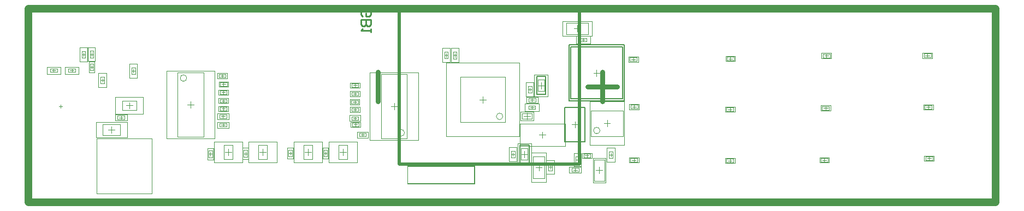
<source format=gbo>
G04*
G04 #@! TF.GenerationSoftware,Altium Limited,CircuitMaker,2.3.0 (2.3.0.3)*
G04*
G04 Layer_Color=13813960*
%FSLAX24Y24*%
%MOIN*%
G70*
G04*
G04 #@! TF.SameCoordinates,AA7B8D70-0D3E-4CF3-8BE1-7DC49EC747D3*
G04*
G04*
G04 #@! TF.FilePolarity,Positive*
G04*
G01*
G75*
%ADD11C,0.0039*%
%ADD13C,0.0100*%
%ADD14C,0.0050*%
%ADD15C,0.0079*%
%ADD16C,0.0059*%
%ADD18C,0.0472*%
%ADD19C,0.0020*%
%ADD99C,0.0200*%
%ADD100C,0.0300*%
D11*
X4197Y3888D02*
X7544D01*
Y542D02*
Y3888D01*
X4197Y542D02*
X7544D01*
X4197D02*
Y3888D01*
X34911Y4383D02*
G03*
X34911Y4383I-197J0D01*
G01*
X28980Y5249D02*
G03*
X28980Y5249I-197J0D01*
G01*
X22981Y4244D02*
G03*
X22981Y4244I-197J0D01*
G01*
X9686Y7586D02*
G03*
X9686Y7586I-197J0D01*
G01*
X4434Y7248D02*
X4651D01*
X4434Y7661D02*
X4651D01*
X4434Y7248D02*
Y7661D01*
X4651Y7248D02*
Y7661D01*
X36329Y4029D02*
Y5608D01*
X34360Y4029D02*
Y5608D01*
X36329D01*
X34360Y4029D02*
X36329D01*
X19736Y6027D02*
Y6243D01*
X20150Y6027D02*
Y6243D01*
X19736D02*
X20150D01*
X19736Y6027D02*
X20150D01*
X5747Y5628D02*
Y6199D01*
X6613Y5628D02*
Y6199D01*
X5747D02*
X6613D01*
X5747Y5628D02*
X6613D01*
X14065Y2633D02*
Y3499D01*
X14596Y2633D02*
Y3499D01*
X14065D02*
X14596D01*
X14065Y2633D02*
X14596D01*
X27237Y1147D02*
Y2210D01*
X23174D02*
X27237D01*
X23174Y1147D02*
Y2210D01*
Y1147D02*
X27237D01*
X29137Y4894D02*
Y7650D01*
X26381Y4894D02*
Y7650D01*
Y4894D02*
X29137D01*
X26381Y7650D02*
X29137D01*
X1367Y7947D02*
X1780D01*
X1367Y8163D02*
X1780D01*
Y7947D02*
Y8163D01*
X1367Y7947D02*
Y8163D01*
X2469Y8163D02*
X2882D01*
X2469Y7947D02*
X2882D01*
X2469D02*
Y8163D01*
X2882Y7947D02*
Y8163D01*
X19759Y5027D02*
X20172D01*
X19759Y5243D02*
X20172D01*
Y5027D02*
Y5243D01*
X19759Y5027D02*
Y5243D01*
X20219Y4012D02*
X20632D01*
X20219Y4228D02*
X20632D01*
Y4012D02*
Y4228D01*
X20219Y4012D02*
Y4228D01*
X18264Y2781D02*
Y3194D01*
X18047Y2781D02*
Y3194D01*
X18264D01*
X18047Y2781D02*
X18264D01*
X16125Y2794D02*
Y3208D01*
X15908Y2794D02*
Y3208D01*
X16125D01*
X15908Y2794D02*
X16125D01*
X13390Y2772D02*
Y3185D01*
X13173Y2772D02*
Y3185D01*
X13390D01*
X13173Y2772D02*
X13390D01*
X11246Y2739D02*
Y3153D01*
X11029Y2739D02*
Y3153D01*
X11246D01*
X11029Y2739D02*
X11246D01*
X18952Y2630D02*
X19483D01*
X18952Y3496D02*
X19483D01*
Y2630D02*
Y3496D01*
X18952Y2630D02*
Y3496D01*
X16828Y2627D02*
X17359D01*
X16828Y3493D02*
X17359D01*
Y2627D02*
Y3493D01*
X16828Y2627D02*
Y3493D01*
X11963Y2629D02*
X12494D01*
X11963Y3495D02*
X12494D01*
Y2629D02*
Y3495D01*
X11963Y2629D02*
Y3495D01*
X11697Y5353D02*
X12111D01*
X11697Y5137D02*
X12111D01*
X11697D02*
Y5353D01*
X12111Y5137D02*
Y5353D01*
X11702Y4829D02*
X12116D01*
X11702Y4612D02*
X12116D01*
X11702D02*
Y4829D01*
X12116Y4612D02*
Y4829D01*
X21563Y7827D02*
X23138D01*
X21563Y3890D02*
X23138D01*
X21563D02*
Y7827D01*
X23138Y3890D02*
Y7827D01*
X9134Y4004D02*
X10709D01*
X9134Y7941D02*
X10709D01*
Y4004D02*
Y7941D01*
X9134Y4004D02*
Y7941D01*
X29492Y2718D02*
Y3131D01*
X29709Y2718D02*
Y3131D01*
X29492Y2718D02*
X29709D01*
X29492Y3131D02*
X29709D01*
X30104Y3289D02*
X30497D01*
X30104Y2580D02*
X30497D01*
Y3289D01*
X30104Y2580D02*
Y3289D01*
X31767Y2352D02*
X31984D01*
X31767Y1938D02*
X31984D01*
Y2352D01*
X31767Y1938D02*
Y2352D01*
X30821Y1456D02*
Y2794D01*
X31530Y1456D02*
Y2794D01*
X30821Y1456D02*
X31530D01*
X30821Y2794D02*
X31530D01*
X33612Y1857D02*
Y2093D01*
X33179Y1857D02*
Y2093D01*
Y1857D02*
X33612D01*
X33179Y2093D02*
X33612D01*
X36767Y2452D02*
X37200D01*
X36767Y2688D02*
X37200D01*
Y2452D02*
Y2688D01*
X36767Y2452D02*
Y2688D01*
X33437Y2388D02*
X33654D01*
X33437Y2802D02*
X33654D01*
X33437Y2388D02*
Y2802D01*
X33654Y2388D02*
Y2802D01*
X33909Y2737D02*
Y2953D01*
X34322Y2737D02*
Y2953D01*
X33909D02*
X34322D01*
X33909Y2737D02*
X34322D01*
X34545Y1311D02*
X35195D01*
X34545Y2591D02*
X35195D01*
X34545Y1311D02*
Y2591D01*
X35195Y1311D02*
Y2591D01*
X35467Y2687D02*
X35684D01*
X35467Y3101D02*
X35684D01*
X35467Y2687D02*
Y3101D01*
X35684Y2687D02*
Y3101D01*
X32866Y10969D02*
X34205D01*
X32866Y10261D02*
X34205D01*
X32866D02*
Y10969D01*
X34205Y10261D02*
Y10969D01*
X36784Y5712D02*
X37218D01*
X36784Y5948D02*
X37218D01*
Y5712D02*
Y5948D01*
X36784Y5712D02*
Y5948D01*
X36739Y8617D02*
X37172D01*
X36739Y8853D02*
X37172D01*
Y8617D02*
Y8853D01*
X36739Y8617D02*
Y8853D01*
X42654Y8652D02*
X43088D01*
X42654Y8888D02*
X43088D01*
Y8652D02*
Y8888D01*
X42654Y8652D02*
Y8888D01*
X42632Y2426D02*
X43065D01*
X42632Y2662D02*
X43065D01*
Y2426D02*
Y2662D01*
X42632Y2426D02*
Y2662D01*
X42637Y5557D02*
Y5793D01*
X43070Y5557D02*
Y5793D01*
X42637D02*
X43070D01*
X42637Y5557D02*
X43070D01*
X48474Y5642D02*
X48907D01*
X48474Y5878D02*
X48907D01*
Y5642D02*
Y5878D01*
X48474Y5642D02*
Y5878D01*
X48512Y8837D02*
X48945D01*
X48512Y9073D02*
X48945D01*
Y8837D02*
Y9073D01*
X48512Y8837D02*
Y9073D01*
X48389Y2457D02*
X48822D01*
X48389Y2693D02*
X48822D01*
Y2457D02*
Y2693D01*
X48389Y2457D02*
Y2693D01*
X54779Y2567D02*
Y2803D01*
X55212Y2567D02*
Y2803D01*
X54779D02*
X55212D01*
X54779Y2567D02*
X55212D01*
X54737Y5697D02*
Y5933D01*
X55170Y5697D02*
Y5933D01*
X54737D02*
X55170D01*
X54737Y5697D02*
X55170D01*
X54677Y8847D02*
X55110D01*
X54677Y9083D02*
X55110D01*
Y8847D02*
Y9083D01*
X54677Y8847D02*
Y9083D01*
X34106Y9815D02*
Y10032D01*
X33692Y9815D02*
Y10032D01*
Y9815D02*
X34106D01*
X33692Y10032D02*
X34106D01*
X25957Y9192D02*
X26174D01*
X25957Y8778D02*
X26174D01*
Y9192D01*
X25957Y8778D02*
Y9192D01*
X12138Y6605D02*
Y6822D01*
X11725Y6605D02*
Y6822D01*
Y6605D02*
X12138D01*
X11725Y6822D02*
X12138D01*
X12147Y7105D02*
Y7322D01*
X11734Y7105D02*
Y7322D01*
Y7105D02*
X12147D01*
X11734Y7322D02*
X12147D01*
X12125Y5607D02*
Y5823D01*
X11711Y5607D02*
Y5823D01*
Y5607D02*
X12125D01*
X11711Y5823D02*
X12125D01*
X12127Y6094D02*
Y6311D01*
X11714Y6094D02*
Y6311D01*
Y6094D02*
X12127D01*
X11714Y6311D02*
X12127D01*
X12063Y7625D02*
Y7842D01*
X11649Y7625D02*
Y7842D01*
Y7625D02*
X12063D01*
X11649Y7842D02*
X12063D01*
X30759Y5086D02*
Y5417D01*
X30153Y5086D02*
Y5417D01*
Y5086D02*
X30759D01*
X30153Y5417D02*
X30759D01*
X19749Y6517D02*
Y6733D01*
X20162Y6517D02*
Y6733D01*
X19749D02*
X20162D01*
X19749Y6517D02*
X20162D01*
X19747Y5557D02*
Y5773D01*
X20160Y5557D02*
Y5773D01*
X19747D02*
X20160D01*
X19747Y5557D02*
X20160D01*
X5904Y5057D02*
Y5293D01*
X5471Y5057D02*
Y5293D01*
Y5057D02*
X5904D01*
X5471Y5293D02*
X5904D01*
X3777Y8831D02*
X3994D01*
X3777Y9245D02*
X3994D01*
X3777Y8831D02*
Y9245D01*
X3994Y8831D02*
Y9245D01*
X30562Y6361D02*
X30976D01*
X30562Y6144D02*
X30976D01*
X30562D02*
Y6361D01*
X30976Y6144D02*
Y6361D01*
X3778Y8058D02*
Y8472D01*
X3994Y8058D02*
Y8472D01*
X3778Y8058D02*
X3994D01*
X3778Y8472D02*
X3994D01*
X19761Y7040D02*
Y7257D01*
X20174Y7040D02*
Y7257D01*
X19761D02*
X20174D01*
X19761Y7040D02*
X20174D01*
X30747Y6696D02*
Y7109D01*
X30531Y6696D02*
Y7109D01*
X30747D01*
X30531Y6696D02*
X30747D01*
X6542Y7820D02*
Y8233D01*
X6326Y7820D02*
Y8233D01*
X6542D01*
X6326Y7820D02*
X6542D01*
X3287Y8828D02*
X3504D01*
X3287Y9242D02*
X3504D01*
X3287Y8828D02*
Y9242D01*
X3504Y8828D02*
Y9242D01*
X31122Y6784D02*
X31516D01*
X31122Y7492D02*
X31516D01*
X31122Y6784D02*
Y7492D01*
X31516Y6784D02*
Y7492D01*
X19779Y4642D02*
Y4858D01*
X20192Y4642D02*
Y4858D01*
X19779D02*
X20192D01*
X19779Y4642D02*
X20192D01*
X25634Y8779D02*
Y9193D01*
X25417Y8779D02*
Y9193D01*
X25634D01*
X25417Y8779D02*
X25634D01*
X30561Y5694D02*
X30975D01*
X30561Y5911D02*
X30975D01*
Y5694D02*
Y5911D01*
X30561Y5694D02*
Y5911D01*
X4569Y4090D02*
X5632D01*
X4569Y4760D02*
X5632D01*
Y4090D02*
Y4760D01*
X4569Y4090D02*
Y4760D01*
X4542Y7346D02*
Y7563D01*
X4434Y7455D02*
X4651D01*
X35147Y4818D02*
X35541D01*
X35344Y4621D02*
Y5015D01*
X19835Y6135D02*
X20051D01*
X19943Y6027D02*
Y6243D01*
X5983Y5913D02*
X6377D01*
X6180Y5717D02*
Y6110D01*
X14134Y3066D02*
X14528D01*
X14331Y2869D02*
Y3263D01*
X23154Y1127D02*
X27249D01*
Y2229D01*
X23154D02*
X27249D01*
X23154Y1127D02*
Y2229D01*
X27562Y6272D02*
X27956D01*
X27759Y6075D02*
Y6469D01*
X1573Y7947D02*
Y8163D01*
X1465Y8055D02*
X1681D01*
X2676Y7947D02*
Y8163D01*
X2567Y8055D02*
X2784D01*
X19965Y5027D02*
Y5243D01*
X19857Y5135D02*
X20074D01*
X20426Y4012D02*
Y4228D01*
X20317Y4120D02*
X20534D01*
X18047Y2987D02*
X18264D01*
X18155Y2879D02*
Y3095D01*
X15908Y3001D02*
X16125D01*
X16017Y2893D02*
Y3109D01*
X13173Y2978D02*
X13390D01*
X13281Y2870D02*
Y3087D01*
X11029Y2946D02*
X11246D01*
X11138Y2838D02*
Y3054D01*
X19218Y2866D02*
Y3260D01*
X19021Y3063D02*
X19414D01*
X17093Y2863D02*
Y3257D01*
X16897Y3060D02*
X17290D01*
X12228Y2865D02*
Y3259D01*
X12032Y3062D02*
X12425D01*
X11904Y5137D02*
Y5353D01*
X11796Y5245D02*
X12012D01*
X11909Y4612D02*
Y4829D01*
X11801Y4720D02*
X12017D01*
X22351Y5661D02*
Y6055D01*
X22154Y5858D02*
X22548D01*
X20874Y7925D02*
X23827D01*
X20874Y3791D02*
X23827D01*
X20874D02*
Y7925D01*
X23827Y3791D02*
Y7925D01*
X9922Y5775D02*
Y6169D01*
X9725Y5972D02*
X10119D01*
X8445Y3905D02*
X11398D01*
X8445Y8039D02*
X11398D01*
Y3905D02*
Y8039D01*
X8445Y3905D02*
Y8039D01*
X29492Y2925D02*
X29709D01*
X29600Y2816D02*
Y3033D01*
X30300Y2738D02*
Y3131D01*
X30104Y2935D02*
X30497D01*
X31876Y2037D02*
Y2253D01*
X31767Y2145D02*
X31984D01*
X30979Y2125D02*
X31373D01*
X31176Y1928D02*
Y2322D01*
X33278Y1975D02*
X33514D01*
X33396Y1857D02*
Y2093D01*
X36983Y2452D02*
Y2688D01*
X36865Y2570D02*
X37101D01*
X33546Y2487D02*
Y2703D01*
X33437Y2595D02*
X33654D01*
X34007Y2845D02*
X34224D01*
X34116Y2737D02*
Y2953D01*
X34870Y1754D02*
Y2148D01*
X34673Y1951D02*
X35067D01*
X35576Y2786D02*
Y3002D01*
X35467Y2894D02*
X35684D01*
X33189Y4745D02*
X33583D01*
X33386Y4548D02*
Y4942D01*
X33536Y10418D02*
Y10812D01*
X33339Y10615D02*
X33733D01*
X37001Y5712D02*
Y5948D01*
X36883Y5830D02*
X37119D01*
X36956Y8617D02*
Y8853D01*
X36838Y8735D02*
X37074D01*
X42871Y8652D02*
Y8888D01*
X42753Y8770D02*
X42989D01*
X42849Y2426D02*
Y2662D01*
X42731Y2544D02*
X42967D01*
X42735Y5675D02*
X42972D01*
X42853Y5557D02*
Y5793D01*
X48690Y5642D02*
Y5878D01*
X48572Y5760D02*
X48809D01*
X48728Y8837D02*
Y9073D01*
X48610Y8955D02*
X48846D01*
X48606Y2457D02*
Y2693D01*
X48488Y2575D02*
X48724D01*
X54878Y2685D02*
X55114D01*
X54996Y2567D02*
Y2803D01*
X54835Y5815D02*
X55072D01*
X54953Y5697D02*
Y5933D01*
X54893Y8847D02*
Y9083D01*
X54775Y8965D02*
X55012D01*
X33791Y9923D02*
X34007D01*
X33899Y9815D02*
Y10032D01*
X34509Y7905D02*
X34903D01*
X34706Y7708D02*
Y8102D01*
X26066Y8877D02*
Y9093D01*
X25957Y8985D02*
X26174D01*
X11823Y6713D02*
X12040D01*
X11932Y6605D02*
Y6822D01*
X11832Y7213D02*
X12049D01*
X11940Y7105D02*
Y7322D01*
X11810Y5715D02*
X12026D01*
X11918Y5607D02*
Y5823D01*
X11812Y6203D02*
X12029D01*
X11921Y6094D02*
Y6311D01*
X11748Y7734D02*
X11964D01*
X11856Y7625D02*
Y7842D01*
X30259Y5252D02*
X30653D01*
X30456Y5055D02*
Y5448D01*
X19847Y6625D02*
X20063D01*
X19955Y6517D02*
Y6733D01*
X19845Y5665D02*
X20062D01*
X19953Y5557D02*
Y5773D01*
X5570Y5175D02*
X5806D01*
X5688Y5057D02*
Y5293D01*
X3886Y8930D02*
Y9146D01*
X3777Y9038D02*
X3994D01*
X30769Y6144D02*
Y6361D01*
X30661Y6252D02*
X30877D01*
X3778Y8265D02*
X3994D01*
X3886Y8157D02*
Y8373D01*
X19859Y7149D02*
X20076D01*
X19968Y7040D02*
Y7257D01*
X30531Y6902D02*
X30747D01*
X30639Y6794D02*
Y7011D01*
X6326Y8027D02*
X6542D01*
X6434Y7918D02*
Y8135D01*
X3396Y8927D02*
Y9143D01*
X3287Y9035D02*
X3504D01*
X31319Y6941D02*
Y7335D01*
X31122Y7138D02*
X31516D01*
X19877Y4750D02*
X20094D01*
X19985Y4642D02*
Y4858D01*
X25417Y8986D02*
X25634D01*
X25526Y8878D02*
Y9094D01*
X30768Y5694D02*
Y5911D01*
X30660Y5802D02*
X30876D01*
X5100Y4228D02*
Y4622D01*
X4904Y4425D02*
X5297D01*
D13*
X20413Y11378D02*
X20313Y11478D01*
Y11678D01*
X20413Y11778D01*
X20813D01*
X20912Y11678D01*
Y11478D01*
X20813Y11378D01*
X20613D01*
Y11578D01*
X20313Y11178D02*
X20912D01*
Y10878D01*
X20813Y10778D01*
X20713D01*
X20613Y10878D01*
Y11178D01*
Y10878D01*
X20513Y10778D01*
X20413D01*
X20313Y10878D01*
Y11178D01*
X20912Y10579D02*
Y10379D01*
Y10479D01*
X20313D01*
X20413Y10579D01*
X22646Y2329D02*
X33669D01*
X22646D02*
Y11778D01*
X33669Y2329D02*
Y11778D01*
X22646D02*
X33669D01*
D14*
X33131Y6330D02*
Y9480D01*
X36281Y6330D02*
Y9480D01*
X33131Y6330D02*
X36281D01*
X33131Y9480D02*
X36281D01*
X33033Y6192D02*
X36379D01*
X33033Y9618D02*
X36379D01*
X33033Y6192D02*
Y9618D01*
X36379Y6192D02*
Y9618D01*
D15*
X32772Y3695D02*
X34000D01*
Y5795D01*
X32772D02*
X34000D01*
X32772Y3695D02*
Y5795D01*
D16*
X30576Y2385D02*
Y3485D01*
X30025Y2385D02*
X30576D01*
X30025D02*
Y3485D01*
X30576D01*
X31044Y6588D02*
Y7688D01*
X31595D01*
Y6588D02*
Y7688D01*
X31044Y6588D02*
X31595D01*
D18*
X59066Y5D02*
Y11825D01*
X16Y5D02*
X59066D01*
X16Y11825D02*
X59066D01*
X16Y5D02*
Y11825D01*
D19*
X4306Y7022D02*
X4779D01*
X4306Y7888D02*
X4779D01*
X4306Y7022D02*
Y7888D01*
X4779Y7022D02*
Y7888D01*
X36388Y3480D02*
Y6157D01*
X34301Y3480D02*
Y6157D01*
X36388D01*
X34301Y3480D02*
X36388D01*
X19648Y5977D02*
Y6292D01*
X20238Y5977D02*
Y6292D01*
X19648D02*
X20238D01*
X19648Y5977D02*
X20238D01*
X5334Y5402D02*
Y6425D01*
X7027Y5402D02*
Y6425D01*
X5334D02*
X7027D01*
X5334Y5402D02*
X7027D01*
X13465Y2436D02*
Y3696D01*
X15197Y2436D02*
Y3696D01*
X13465D02*
X15197D01*
X13465Y2436D02*
X15197D01*
X30003Y4028D02*
Y8516D01*
X25515Y4028D02*
Y8516D01*
Y4028D02*
X30003D01*
X25515Y8516D02*
X30003D01*
X1160Y7838D02*
X1987D01*
X1160Y8271D02*
X1987D01*
Y7838D02*
Y8271D01*
X1160Y7838D02*
Y8271D01*
X2262Y8271D02*
X3089D01*
X2262Y7838D02*
X3089D01*
X2262D02*
Y8271D01*
X3089Y7838D02*
Y8271D01*
X19623Y4958D02*
X20307D01*
X19623Y5312D02*
X20307D01*
Y4958D02*
Y5312D01*
X19623Y4958D02*
Y5312D01*
X20084Y3943D02*
X20768D01*
X20084Y4297D02*
X20768D01*
Y3943D02*
Y4297D01*
X20084Y3943D02*
Y4297D01*
X18333Y2645D02*
Y3329D01*
X17978Y2645D02*
Y3329D01*
X18333D01*
X17978Y2645D02*
X18333D01*
X16194Y2659D02*
Y3343D01*
X15840Y2659D02*
Y3343D01*
X16194D01*
X15840Y2659D02*
X16194D01*
X13459Y2637D02*
Y3320D01*
X13104Y2637D02*
Y3320D01*
X13459D01*
X13104Y2637D02*
X13459D01*
X11315Y2604D02*
Y3288D01*
X10961Y2604D02*
Y3288D01*
X11315D01*
X10961Y2604D02*
X11315D01*
X18351Y2433D02*
X20084D01*
X18351Y3693D02*
X20084D01*
Y2433D02*
Y3693D01*
X18351Y2433D02*
Y3693D01*
X16227Y2430D02*
X17960D01*
X16227Y3690D02*
X17960D01*
Y2430D02*
Y3690D01*
X16227Y2430D02*
Y3690D01*
X11362Y2432D02*
X13094D01*
X11362Y3692D02*
X13094D01*
Y2432D02*
Y3692D01*
X11362Y2432D02*
Y3692D01*
X11562Y5422D02*
X12246D01*
X11562Y5068D02*
X12246D01*
X11562D02*
Y5422D01*
X12246Y5068D02*
Y5422D01*
X11567Y4897D02*
X12251D01*
X11567Y4543D02*
X12251D01*
X11567D02*
Y4897D01*
X12251Y4543D02*
Y4897D01*
X31201Y4113D02*
X31595D01*
X31398Y3916D02*
Y4310D01*
X32776Y3444D02*
Y4782D01*
X30020D02*
X32776D01*
X30020Y3444D02*
Y4782D01*
Y3444D02*
X32776D01*
X29364Y2492D02*
Y3358D01*
X29837Y2492D02*
Y3358D01*
X29364Y2492D02*
X29837D01*
X29364Y3358D02*
X29837D01*
X29887Y3604D02*
X30714D01*
X29887Y2265D02*
X30714D01*
Y3604D01*
X29887Y2265D02*
Y3604D01*
X31640Y2578D02*
X32112D01*
X31640Y1712D02*
X32112D01*
Y2578D01*
X31640Y1712D02*
Y2578D01*
X30723Y1219D02*
Y3030D01*
X31628Y1219D02*
Y3030D01*
X30723Y1219D02*
X31628D01*
X30723Y3030D02*
X31628D01*
X33750Y1798D02*
Y2152D01*
X33041Y1798D02*
Y2152D01*
Y1798D02*
X33750D01*
X33041Y2152D02*
X33750D01*
X36688Y2412D02*
X37279D01*
X36688Y2727D02*
X37279D01*
Y2412D02*
Y2727D01*
X36688Y2412D02*
Y2727D01*
X33329Y2182D02*
X33762D01*
X33329Y3008D02*
X33762D01*
X33329Y2182D02*
Y3008D01*
X33762Y2182D02*
Y3008D01*
X33820Y2687D02*
Y3002D01*
X34411Y2687D02*
Y3002D01*
X33820D02*
X34411D01*
X33820Y2687D02*
X34411D01*
X34496Y1203D02*
X35244D01*
X34496Y2699D02*
X35244D01*
X34496Y1203D02*
Y2699D01*
X35244Y1203D02*
Y2699D01*
X35340Y2461D02*
X35812D01*
X35340Y3327D02*
X35812D01*
X35340Y2461D02*
Y3327D01*
X35812Y2461D02*
Y3327D01*
X32630Y11068D02*
X34441D01*
X32630Y10162D02*
X34441D01*
X32630D02*
Y11068D01*
X34441Y10162D02*
Y11068D01*
X36706Y5672D02*
X37296D01*
X36706Y5987D02*
X37296D01*
Y5672D02*
Y5987D01*
X36706Y5672D02*
Y5987D01*
X36660Y8577D02*
X37251D01*
X36660Y8892D02*
X37251D01*
Y8577D02*
Y8892D01*
X36660Y8577D02*
Y8892D01*
X42576Y8612D02*
X43166D01*
X42576Y8927D02*
X43166D01*
Y8612D02*
Y8927D01*
X42576Y8612D02*
Y8927D01*
X42553Y2387D02*
X43144D01*
X42553Y2702D02*
X43144D01*
Y2387D02*
Y2702D01*
X42553Y2387D02*
Y2702D01*
X42558Y5517D02*
Y5832D01*
X43149Y5517D02*
Y5832D01*
X42558D02*
X43149D01*
X42558Y5517D02*
X43149D01*
X48395Y5602D02*
X48986D01*
X48395Y5917D02*
X48986D01*
Y5602D02*
Y5917D01*
X48395Y5602D02*
Y5917D01*
X48433Y8797D02*
X49023D01*
X48433Y9112D02*
X49023D01*
Y8797D02*
Y9112D01*
X48433Y8797D02*
Y9112D01*
X48310Y2417D02*
X48901D01*
X48310Y2732D02*
X48901D01*
Y2417D02*
Y2732D01*
X48310Y2417D02*
Y2732D01*
X54700Y2527D02*
Y2842D01*
X55291Y2527D02*
Y2842D01*
X54700D02*
X55291D01*
X54700Y2527D02*
X55291D01*
X54658Y5657D02*
Y5972D01*
X55249Y5657D02*
Y5972D01*
X54658D02*
X55249D01*
X54658Y5657D02*
X55249D01*
X54598Y8807D02*
X55189D01*
X54598Y9122D02*
X55189D01*
Y8807D02*
Y9122D01*
X54598Y8807D02*
Y9122D01*
X34332Y9687D02*
Y10160D01*
X33466Y9687D02*
Y10160D01*
Y9687D02*
X34332D01*
X33466Y10160D02*
X34332D01*
X25830Y9418D02*
X26302D01*
X25830Y8552D02*
X26302D01*
Y9418D01*
X25830Y8552D02*
Y9418D01*
X12227Y6556D02*
Y6871D01*
X11636Y6556D02*
Y6871D01*
Y6556D02*
X12227D01*
X11636Y6871D02*
X12227D01*
X12236Y7056D02*
Y7371D01*
X11645Y7056D02*
Y7371D01*
Y7056D02*
X12236D01*
X11645Y7371D02*
X12236D01*
X12213Y5557D02*
Y5872D01*
X11623Y5557D02*
Y5872D01*
Y5557D02*
X12213D01*
X11623Y5872D02*
X12213D01*
X12216Y6045D02*
Y6360D01*
X11625Y6045D02*
Y6360D01*
Y6045D02*
X12216D01*
X11625Y6360D02*
X12216D01*
X12151Y7576D02*
Y7891D01*
X11561Y7576D02*
Y7891D01*
Y7576D02*
X12151D01*
X11561Y7891D02*
X12151D01*
X30860Y4986D02*
Y5517D01*
X30052Y4986D02*
Y5517D01*
Y4986D02*
X30860D01*
X30052Y5517D02*
X30860D01*
X19660Y6467D02*
Y6782D01*
X20250Y6467D02*
Y6782D01*
X19660D02*
X20250D01*
X19660Y6467D02*
X20250D01*
X19658Y5507D02*
Y5822D01*
X20249Y5507D02*
Y5822D01*
X19658D02*
X20249D01*
X19658Y5507D02*
X20249D01*
X6042Y4998D02*
Y5352D01*
X5333Y4998D02*
Y5352D01*
Y4998D02*
X6042D01*
X5333Y5352D02*
X6042D01*
X3669Y8625D02*
X4102D01*
X3669Y9451D02*
X4102D01*
X3669Y8625D02*
Y9451D01*
X4102Y8625D02*
Y9451D01*
X30427Y6429D02*
X31111D01*
X30427Y6075D02*
X31111D01*
X30427D02*
Y6429D01*
X31111Y6075D02*
Y6429D01*
X3709Y7923D02*
Y8607D01*
X4063Y7923D02*
Y8607D01*
X3709Y7923D02*
X4063D01*
X3709Y8607D02*
X4063D01*
X19672Y6991D02*
Y7306D01*
X20263Y6991D02*
Y7306D01*
X19672D02*
X20263D01*
X19672Y6991D02*
X20263D01*
X30875Y6469D02*
Y7335D01*
X30403Y6469D02*
Y7335D01*
X30875D01*
X30403Y6469D02*
X30875D01*
X6670Y7594D02*
Y8460D01*
X6198Y7594D02*
Y8460D01*
X6670D01*
X6198Y7594D02*
X6670D01*
X3160Y8602D02*
X3632D01*
X3160Y9468D02*
X3632D01*
X3160Y8602D02*
Y9468D01*
X3632Y8602D02*
Y9468D01*
X30906Y6469D02*
X31733D01*
X30906Y7807D02*
X31733D01*
X30906Y6469D02*
Y7807D01*
X31733Y6469D02*
Y7807D01*
X19690Y4593D02*
Y4907D01*
X20281Y4593D02*
Y4907D01*
X19690D02*
X20281D01*
X19690Y4593D02*
X20281D01*
X25762Y8553D02*
Y9419D01*
X25290Y8553D02*
Y9419D01*
X25762D01*
X25290Y8553D02*
X25762D01*
X30335Y5566D02*
X31201D01*
X30335Y6039D02*
X31201D01*
Y5566D02*
Y6039D01*
X30335Y5566D02*
Y6039D01*
X4156Y3952D02*
X6045D01*
X4156Y4897D02*
X6045D01*
Y3952D02*
Y4897D01*
X4156Y3952D02*
Y4897D01*
X1902Y5868D02*
X2099D01*
X2001Y5769D02*
Y5966D01*
D99*
X22646Y11778D02*
X33669D01*
Y2329D02*
Y11778D01*
X22646Y2329D02*
X33669D01*
X22646D02*
Y11778D01*
D100*
X34157Y7053D02*
X35957D01*
X35057Y6153D02*
Y7953D01*
X21357Y6153D02*
Y7953D01*
M02*

</source>
